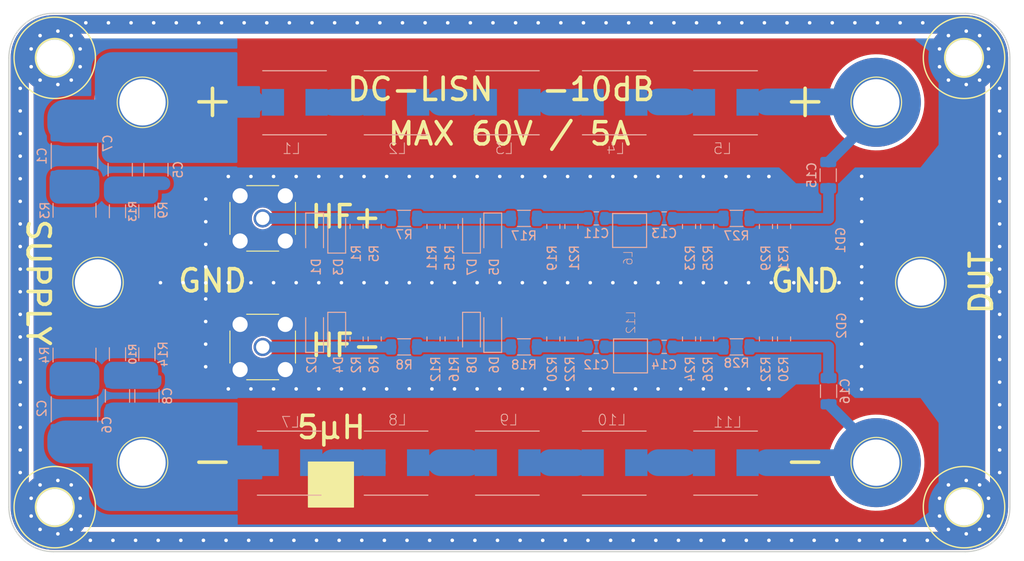
<source format=kicad_pcb>
(kicad_pcb (version 20210824) (generator pcbnew)
  (title_block (title "Dual 5uH LISN") (date "2021-09-01") (rev "V0 R0 WIP") (comment 1 "Credits to: Jay_Diddy_B & Noy (eevblog forum)"))
  (layers (0 "F.Cu" power "Front") (31 "B.Cu" power "Back") (34 "B.Paste" user) (35 "F.Paste" user) (36 "B.SilkS" user "B.Silkscreen") (37 "F.SilkS" user "F.Silkscreen") (38 "B.Mask" user) (39 "F.Mask" user) (44 "Edge.Cuts" user))
  (net 0 "")
  (net 1 "GND")
  (net 2 "Net-(C1-Pad1)")
  (net 3 "Net-(C2-Pad2)")
  (net 4 "Net-(C1-Pad2)")
  (net 5 "Net-(L10-Pad1)")
  (net 6 "Net-(L10-Pad2)")
  (net 7 "Net-(C11-Pad2)")
  (net 8 "Net-(C11-Pad1)")
  (net 9 "Net-(C12-Pad2)")
  (net 10 "Net-(C12-Pad1)")
  (net 11 "Net-(C13-Pad2)")
  (net 12 "Net-(C14-Pad2)")
  (net 13 "Net-(C15-Pad2)")
  (net 14 "Net-(C15-Pad1)")
  (net 15 "Net-(C16-Pad2)")
  (net 16 "Net-(C16-Pad1)")
  (net 17 "Net-(D1-Pad1)")
  (net 18 "Net-(D2-Pad1)")
  (net 19 "Net-(D5-Pad1)")
  (net 20 "Net-(D6-Pad1)")
  (net 21 "Net-(C2-Pad1)")
  (net 22 "Net-(C5-Pad2)")
  (net 23 "Net-(C6-Pad2)")
  (net 24 "Net-(L2-Pad2)")
  (net 25 "Net-(L4-Pad2)")
  (net 26 "Net-(L1-Pad2)")
  (net 27 "Net-(L3-Pad2)")
  (net 28 "Net-(L7-Pad2)")
  (net 29 "Net-(L8-Pad2)")
  (footprint "Connector_Coaxial:SMA_Wurth_60312002114503_Vertical" (layer "F.Cu") (at 128.576 103.0055)
    (fp_text reference "J1" hide)
    (fp_text value "Conn_Coaxial")
  )
  (footprint "Connector_Coaxial:SMA_Wurth_60312002114503_Vertical" (layer "F.Cu") (at 128.576 117.462)
    (fp_text reference "J2" hide)
    (fp_text value "Conn_Coaxial")
  )
  (footprint "5uH_LISN:BANANA_CONN" (layer "F.Cu") (at 110.076 110.212)
    (fp_text reference "J4" hide)
    (fp_text value "BANANA_CONN" hide)
  )
  (footprint "5uH_LISN:4,1-PAD" (layer "F.Cu") (at 105.226 135.462)
    (fp_text reference "H1" hide)
    (fp_text value "MOUNT-PAD-ROUND4.1" hide)
  )
  (footprint "5uH_LISN:4,1-PAD" (layer "F.Cu") (at 105.226 84.962)
    (fp_text reference "H2" hide)
    (fp_text value "MOUNT-PAD-ROUND4.1" hide)
  )
  (footprint "5uH_LISN:4,1-PAD" (layer "F.Cu") (at 207.326 84.962)
    (fp_text reference "H3" hide)
    (fp_text value "MOUNT-PAD-ROUND4.1" hide)
  )
  (footprint "5uH_LISN:4,1-PAD" (layer "F.Cu") (at 207.326 135.462)
    (fp_text reference "H4" hide)
    (fp_text value "MOUNT-PAD-ROUND4.1" hide)
  )
  (footprint "5uH_LISN:BANANA_CONN" (layer "F.Cu") (at 115.076 89.962)
    (fp_text reference "J3" hide)
    (fp_text value "BANANA_CONN" hide)
  )
  (footprint "5uH_LISN:BANANA_CONN" (layer "F.Cu") (at 115.076 130.462)
    (fp_text reference "J5" hide)
    (fp_text value "BANANA_CONN" hide)
  )
  (footprint "5uH_LISN:BANANA_CONN" (layer "F.Cu") (at 202.476 110.212)
    (fp_text reference "J6" hide)
    (fp_text value "BANANA_CONN" hide)
  )
  (footprint "5uH_LISN:BANANA_CONN" (layer "F.Cu") (at 197.476 89.962)
    (fp_text reference "J7" hide)
    (fp_text value "BANANA_CONN" hide)
  )
  (footprint "5uH_LISN:BANANA_CONN" (layer "F.Cu") (at 197.476 130.462)
    (fp_text reference "J8" hide)
    (fp_text value "BANANA_CONN" hide)
  )
  (footprint "Capacitor_SMD:C_2220_5650Metric" (layer "B.Cu") (at 107.442 96.002 -90)
    (fp_text reference "C1")
    (fp_text value "22uF")
  )
  (footprint "Capacitor_SMD:C_2220_5650Metric" (layer "B.Cu") (at 107.442 124.46 90)
    (fp_text reference "C2")
    (fp_text value "22uF")
  )
  (footprint "Capacitor_SMD:C_1210_3225Metric" (layer "B.Cu") (at 116.582 97.536 -90)
    (fp_text reference "C5")
    (fp_text value "2.2uF")
  )
  (footprint "Capacitor_SMD:C_1210_3225Metric" (layer "B.Cu") (at 112.268 122.962 90)
    (fp_text reference "C6")
    (fp_text value "2.2uF")
  )
  (footprint "Capacitor_SMD:C_1210_3225Metric" (layer "B.Cu") (at 112.576 97.536 -90)
    (fp_text reference "C7")
    (fp_text value "2.2uF")
  )
  (footprint "Capacitor_SMD:C_1210_3225Metric" (layer "B.Cu") (at 115.576 122.962 90)
    (fp_text reference "C8")
    (fp_text value "2.2uF")
  )
  (footprint "Diode_SMD:D_SOD-123" (layer "B.Cu") (at 134.402 104.6555 -90)
    (fp_text reference "D1")
    (fp_text value "1N4148W")
  )
  (footprint "Diode_SMD:D_SOD-123" (layer "B.Cu") (at 134.402 115.812 90)
    (fp_text reference "D2")
    (fp_text value "1N4148W")
  )
  (footprint "Diode_SMD:D_SOD-123" (layer "B.Cu") (at 136.888 104.6555 90)
    (fp_text reference "D3")
    (fp_text value "1N4148W")
  )
  (footprint "Diode_SMD:D_SOD-123" (layer "B.Cu") (at 136.888 115.812 -90)
    (fp_text reference "D4")
    (fp_text value "1N4148W")
  )
  (footprint "5uH_LISN:COILCRAFT_1008PS" (layer "B.Cu") (at 169.776 104.362 180)
    (fp_text reference "L6")
    (fp_text value "1mH" hide)
  )
  (footprint "Resistor_SMD:R_0805_2012Metric" (layer "B.Cu") (at 139.12 103.918 90)
    (fp_text reference "R1")
    (fp_text value "909R")
  )
  (footprint "Resistor_SMD:R_0805_2012Metric" (layer "B.Cu") (at 139.12 116.5495 -90)
    (fp_text reference "R2")
    (fp_text value "909R")
  )
  (footprint "Resistor_SMD:R_1218_3246Metric" (layer "B.Cu") (at 107.442 102.108 -90)
    (fp_text reference "R3")
    (fp_text value "1R")
  )
  (footprint "Resistor_SMD:R_1218_3246Metric" (layer "B.Cu") (at 107.442 118.364 90)
    (fp_text reference "R4")
    (fp_text value "1R")
  )
  (footprint "Resistor_SMD:R_0805_2012Metric" (layer "B.Cu") (at 141.152 103.918 90)
    (fp_text reference "R5")
    (fp_text value "825R")
  )
  (footprint "Resistor_SMD:R_0805_2012Metric" (layer "B.Cu") (at 141.152 116.5495 -90)
    (fp_text reference "R6")
    (fp_text value "825R")
  )
  (footprint "Resistor_SMD:R_1206_3216Metric" (layer "B.Cu") (at 144.454 103.009)
    (fp_text reference "R7")
    (fp_text value "12.1R")
  )
  (footprint "Resistor_SMD:R_1206_3216Metric" (layer "B.Cu") (at 144.454 117.448)
    (fp_text reference "R8")
    (fp_text value "12.1R")
  )
  (footprint "Resistor_SMD:R_1206_3216Metric" (layer "B.Cu") (at 115.57 102.208 -90)
    (fp_text reference "R9")
    (fp_text value "0R")
  )
  (footprint "Resistor_SMD:R_1206_3216Metric" (layer "B.Cu") (at 112.268 118.264 90)
    (fp_text reference "R10")
    (fp_text value "0R")
  )
  (footprint "Resistor_SMD:R_0805_2012Metric" (layer "B.Cu") (at 147.756 103.918 90)
    (fp_text reference "R11")
    (fp_text value "243R")
  )
  (footprint "Resistor_SMD:R_0805_2012Metric" (layer "B.Cu") (at 147.756 116.5495 -90)
    (fp_text reference "R12")
    (fp_text value "243R")
  )
  (footprint "Resistor_SMD:R_1206_3216Metric" (layer "B.Cu") (at 112.268 102.208 -90)
    (fp_text reference "R13")
    (fp_text value "0R")
  )
  (footprint "Resistor_SMD:R_1206_3216Metric" (layer "B.Cu") (at 115.57 118.264 90)
    (fp_text reference "R14")
    (fp_text value "0R")
  )
  (footprint "Resistor_SMD:R_0805_2012Metric" (layer "B.Cu") (at 149.788 103.918 90)
    (fp_text reference "R15")
    (fp_text value "274R")
  )
  (footprint "Resistor_SMD:R_0805_2012Metric" (layer "B.Cu") (at 149.788 116.5495 -90)
    (fp_text reference "R16")
    (fp_text value "274R")
  )
  (footprint "Capacitor_SMD:C_0805_2012Metric" (layer "B.Cu") (at 166.036 103.009)
    (fp_text reference "C11")
    (fp_text value "470nF")
  )
  (footprint "Capacitor_SMD:C_0805_2012Metric" (layer "B.Cu") (at 166.036 117.448)
    (fp_text reference "C12")
    (fp_text value "470nF")
  )
  (footprint "Capacitor_SMD:C_0805_2012Metric" (layer "B.Cu") (at 173.656 103.009)
    (fp_text reference "C13")
    (fp_text value "470nF")
  )
  (footprint "Capacitor_SMD:C_0805_2012Metric" (layer "B.Cu") (at 173.656 117.448)
    (fp_text reference "C14")
    (fp_text value "470nF")
  )
  (footprint "Capacitor_SMD:C_1206_3216Metric" (layer "B.Cu") (at 192.076 98.146 -90)
    (fp_text reference "C15")
    (fp_text value "100nF")
  )
  (footprint "Capacitor_SMD:C_1206_3216Metric" (layer "B.Cu") (at 192.118 122.428 90)
    (fp_text reference "C16")
    (fp_text value "100nF")
  )
  (footprint "Diode_SMD:D_SOD-123" (layer "B.Cu") (at 154.406 104.6555 -90)
    (fp_text reference "D5")
    (fp_text value "1N4148W")
  )
  (footprint "Diode_SMD:D_SOD-123" (layer "B.Cu") (at 154.406 115.812 90)
    (fp_text reference "D6")
    (fp_text value "1N4148W")
  )
  (footprint "Diode_SMD:D_SOD-123" (layer "B.Cu") (at 152.02 104.6555 90)
    (fp_text reference "D7")
    (fp_text value "1N4148W")
  )
  (footprint "Diode_SMD:D_SOD-123" (layer "B.Cu") (at 152.02 115.812 -90)
    (fp_text reference "D8")
    (fp_text value "1N4148W")
  )
  (footprint "Resistor_SMD:R_1206_3216Metric" (layer "B.Cu") (at 157.908 103.009)
    (fp_text reference "R17")
    (fp_text value "30.1R")
  )
  (footprint "Resistor_SMD:R_1206_3216Metric" (layer "B.Cu") (at 157.908 117.448)
    (fp_text reference "R18")
    (fp_text value "30.1R")
  )
  (footprint "Resistor_SMD:R_0805_2012Metric" (layer "B.Cu") (at 161.21 103.918 90)
    (fp_text reference "R19")
    (fp_text value "432R")
  )
  (footprint "Resistor_SMD:R_0805_2012Metric" (layer "B.Cu") (at 161.21 116.5495 -90)
    (fp_text reference "R20")
    (fp_text value "432R")
  )
  (footprint "Resistor_SMD:R_0805_2012Metric" (layer "B.Cu") (at 163.242 103.918 90)
    (fp_text reference "R21")
    (fp_text value "432R")
  )
  (footprint "Resistor_SMD:R_0805_2012Metric" (layer "B.Cu") (at 163.242 116.5495 -90)
    (fp_text reference "R22")
    (fp_text value "432R")
  )
  (footprint "Resistor_SMD:R_0805_2012Metric" (layer "B.Cu") (at 176.45 103.918 90)
    (fp_text reference "R23")
    (fp_text value "432R")
  )
  (footprint "Resistor_SMD:R_0805_2012Metric" (layer "B.Cu") (at 176.45 116.5495 -90)
    (fp_text reference "R24")
    (fp_text value "432R")
  )
  (footprint "Resistor_SMD:R_0805_2012Metric" (layer "B.Cu") (at 178.482 103.918 90)
    (fp_text reference "R25")
    (fp_text value "432R")
  )
  (footprint "Resistor_SMD:R_0805_2012Metric" (layer "B.Cu") (at 178.482 116.5495 -90)
    (fp_text reference "R26")
    (fp_text value "432R")
  )
  (footprint "Resistor_SMD:R_1206_3216Metric" (layer "B.Cu") (at 181.784 103.009)
    (fp_text reference "R27")
    (fp_text value "18.2R")
  )
  (footprint "Resistor_SMD:R_1206_3216Metric" (layer "B.Cu") (at 181.784 117.448)
    (fp_text reference "R28")
    (fp_text value "18.2R")
  )
  (footprint "Resistor_SMD:R_0805_2012Metric" (layer "B.Cu") (at 185.086 103.918 90)
    (fp_text reference "R29")
    (fp_text value "562R")
  )
  (footprint "Resistor_SMD:R_0805_2012Metric" (layer "B.Cu") (at 187.118 116.5495 -90)
    (fp_text reference "R30")
    (fp_text value "562R")
  )
  (footprint "Resistor_SMD:R_0805_2012Metric" (layer "B.Cu") (at 187.118 103.918 90)
    (fp_text reference "R31")
    (fp_text value "619R")
  )
  (footprint "Resistor_SMD:R_0805_2012Metric" (layer "B.Cu") (at 185.086 116.5495 -90)
    (fp_text reference "R32")
    (fp_text value "619R")
  )
  (footprint "5uH_LISN:S30-A400X" (layer "B.Cu") (at 190.5 105.435 90)
    (fp_text reference "GD1")
    (fp_text value "S30-A75X")
  )
  (footprint "5uH_LISN:S30-A400X" (layer "B.Cu") (at 190.5 115.037 -90)
    (fp_text reference "GD2")
    (fp_text value "S30-A75X")
  )
  (footprint "5uH_LISN:WE-HCI_7030_7040_7050" (layer "B.Cu") (at 143.576 130.462)
    (fp_text reference "L8")
    (fp_text value "1.1uH")
  )
  (footprint "5uH_LISN:WE-HCI_7030_7040_7050" (layer "B.Cu") (at 131.576 130.462)
    (fp_text reference "L7")
    (fp_text value "1.1uH")
  )
  (footprint "5uH_LISN:WE-HCI_7030_7040_7050" (layer "B.Cu") (at 180.576 130.462)
    (fp_text reference "L11")
    (fp_text value "1.1uH")
  )
  (footprint "5uH_LISN:WE-HCI_7030_7040_7050" (layer "B.Cu") (at 168.076 130.462)
    (fp_text reference "L10")
    (fp_text value "1.1uH")
  )
  (footprint "5uH_LISN:WE-HCI_7030_7040_7050" (layer "B.Cu") (at 168.076 89.962)
    (fp_text reference "L4")
    (fp_text value "1.1uH")
  )
  (footprint "5uH_LISN:COILCRAFT_1008PS" (layer "B.Cu") (at 169.876 118.462 180)
    (fp_text reference "L12")
    (fp_text value "1mH" hide)
  )
  (footprint "5uH_LISN:WE-HCI_7030_7040_7050" (layer "B.Cu") (at 143.576 89.962)
    (fp_text reference "L2")
    (fp_text value "1.1uH")
  )
  (footprint "5uH_LISN:WE-HCI_7030_7040_7050" (layer "B.Cu") (at 132.176 89.962)
    (fp_text reference "L1")
    (fp_text value "1.1uH")
  )
  (footprint "5uH_LISN:WE-HCI_7030_7040_7050" (layer "B.Cu") (at 156.076 89.962)
    (fp_text reference "L3")
    (fp_text value "1.1uH")
  )
  (footprint "5uH_LISN:WE-HCI_7030_7040_7050" (layer "B.Cu") (at 156.076 130.462)
    (fp_text reference "L9")
    (fp_text value "1.1uH")
  )
  (footprint "5uH_LISN:WE-HCI_7030_7040_7050" (layer "B.Cu") (at 180.576 89.962)
    (fp_text reference "L5")
    (fp_text value "1.1uH")
  )
  (gr_poly (pts (xy 138.776 135.462) (xy 133.696 135.462) (xy 133.696 130.382) (xy 138.776 130.382)) (layer "F.SilkS") (width 0.1) (fill solid))
  (gr_line (start 105.076 79.962) (end 207.476 79.962) (layer "Edge.Cuts") (width 0.15))
  (gr_line (start 100.076 135.462) (end 100.076 84.962) (layer "Edge.Cuts") (width 0.15))
  (gr_arc (start 207.476 84.962) (end 212.476 84.962) (angle -90) (layer "Edge.Cuts") (width 0.15))
  (gr_arc (start 207.476 135.462) (end 207.476 140.462) (angle -90) (layer "Edge.Cuts") (width 0.15))
  (gr_arc (start 105.076 135.462) (end 100.076 135.462) (angle -90) (layer "Edge.Cuts") (width 0.15))
  (gr_line (start 105.076 140.462) (end 207.476 140.462) (layer "Edge.Cuts") (width 0.15))
  (gr_arc (start 105.076 84.962) (end 105.076 79.962) (angle -90) (layer "Edge.Cuts") (width 0.15))
  (gr_line (start 212.476 135.462) (end 212.476 84.962) (layer "Edge.Cuts") (width 0.15))
  (gr_text "GND\n" (at 189.484 111.487) (layer "F.SilkS") (effects (font (size 2.5 2.5) (thickness 0.4)) (justify bottom)))
  (gr_text "GND\n" (at 122.936 111.487) (layer "F.SilkS") (effects (font (size 2.5 2.5) (thickness 0.4)) (justify bottom)))
  (gr_text "SUPPLY" (at 101.902 110.212001 -90) (layer "F.SilkS") (effects (font (size 2.5 2.5) (thickness 0.4)) (justify bottom)))
  (gr_text "HF+" (at 137.922 104.2805) (layer "F.SilkS") (effects (font (size 2.5 2.5) (thickness 0.4)) (justify bottom)))
  (gr_text "HF-" (at 137.922 118.737) (layer "F.SilkS") (effects (font (size 2.5 2.5) (thickness 0.4)) (justify bottom)))
  (gr_text "5µH" (at 136.276 127.962) (layer "F.SilkS") (effects (font (size 2.5 2.5) (thickness 0.4)) (justify bottom)))
  (gr_text "-10dB" (at 166.276 89.962) (layer "F.SilkS") (effects (font (size 2.5 2.5) (thickness 0.4)) (justify bottom)))
  (gr_text "MAX 60V / 5A" (at 156.276 94.962) (layer "F.SilkS") (effects (font (size 2.5 2.5) (thickness 0.4)) (justify bottom)))
  (gr_text "-" (at 122.936 132.442) (layer "F.SilkS") (effects (font (size 4 4) (thickness 0.4)) (justify bottom mirror)))
  (gr_text "DC-LISN" (at 146.276 89.962) (layer "F.SilkS") (effects (font (size 2.5 2.5) (thickness 0.4)) (justify bottom)))
  (gr_text "DUT" (at 210.728 110.212 90) (layer "F.SilkS") (effects (font (size 2.5 2.5) (thickness 0.4)) (justify bottom)))
  (gr_text "-" (at 189.484 132.442) (layer "F.SilkS") (effects (font (size 4 4) (thickness 0.4)) (justify bottom mirror)))
  (gr_text "+" (at 189.484 91.942) (layer "F.SilkS") (effects (font (size 4 4) (thickness 0.4)) (justify bottom mirror)))
  (gr_text "+" (at 122.936 91.942) (layer "F.SilkS") (effects (font (size 4 4) (thickness 0.4)) (justify bottom mirror)))
  (via (at 111.252 81.026) (size 0.8) (drill 0.4) (layers "F.Cu" "B.Cu") (net 1))
  (via (at 113.792 81.026) (size 0.8) (drill 0.4) (layers "F.Cu" "B.Cu") (net 1))
  (via (at 116.332 81.026) (size 0.8) (drill 0.4) (layers "F.Cu" "B.Cu") (net 1))
  (via (at 118.872 81.026) (size 0.8) (drill 0.4) (layers "F.Cu" "B.Cu") (net 1))
  (via (at 121.412 81.026) (size 0.8) (drill 0.4) (layers "F.Cu" "B.Cu") (net 1))
  (via (at 123.952 81.026) (size 0.8) (drill 0.4) (layers "F.Cu" "B.Cu") (net 1))
  (via (at 126.492 81.026) (size 0.8) (drill 0.4) (layers "F.Cu" "B.Cu") (net 1))
  (via (at 129.032 81.026) (size 0.8) (drill 0.4) (layers "F.Cu" "B.Cu") (net 1))
  (via (at 131.572 81.026) (size 0.8) (drill 0.4) (layers "F.Cu" "B.Cu") (net 1))
  (via (at 134.112 81.026) (size 0.8) (drill 0.4) (layers "F.Cu" "B.Cu") (net 1))
  (via (at 136.652 81.026) (size 0.8) (drill 0.4) (layers "F.Cu" "B.Cu") (net 1))
  (via (at 139.192 81.026) (size 0.8) (drill 0.4) (layers "F.Cu" "B.Cu") (net 1))
  (via (at 141.732 81.026) (size 0.8) (drill 0.4) (layers "F.Cu" "B.Cu") (net 1))
  (via (at 144.272 81.026) (size 0.8) (drill 0.4) (layers "F.Cu" "B.Cu") (net 1))
  (via (at 146.812 81.026) (size 0.8) (drill 0.4) (layers "F.Cu" "B.Cu") (net 1))
  (via (at 149.352 81.026) (size 0.8) (drill 0.4) (layers "F.Cu" "B.Cu") (net 1))
  (via (at 151.892 81.026) (size 0.8) (drill 0.4) (layers "F.Cu" "B.Cu") (net 1))
  (via (at 154.432 81.026) (size 0.8) (drill 0.4) (layers "F.Cu" "B.Cu") (net 1))
  (via (at 156.972 81.026) (size 0.8) (drill 0.4) (layers "F.Cu" "B.Cu") (net 1))
  (via (at 159.512 81.026) (size 0.8) (drill 0.4) (layers "F.Cu" "B.Cu") (net 1))
  (via (at 162.052 81.026) (size 0.8) (drill 0.4) (layers "F.Cu" "B.Cu") (net 1))
  (via (at 164.592 81.026) (size 0.8) (drill 0.4) (layers "F.Cu" "B.Cu") (net 1))
  (via (at 167.132 81.026) (size 0.8) (drill 0.4) (layers "F.Cu" "B.Cu") (net 1))
  (via (at 169.672 81.026) (size 0.8) (drill 0.4) (layers "F.Cu" "B.Cu") (net 1))
  (via (at 172.212 81.026) (size 0.8) (drill 0.4) (layers "F.Cu" "B.Cu") (net 1))
  (via (at 174.752 81.026) (size 0.8) (drill 0.4) (layers "F.Cu" "B.Cu") (net 1))
  (via (at 177.292 81.026) (size 0.8) (drill 0.4) (layers "F.Cu" "B.Cu") (net 1))
  (via (at 179.832 81.026) (size 0.8) (drill 0.4) (layers "F.Cu" "B.Cu") (net 1))
  (via (at 182.372 81.026) (size 0.8) (drill 0.4) (layers "F.Cu" "B.Cu") (net 1))
  (via (at 184.912 81.026) (size 0.8) (drill 0.4) (layers "F.Cu" "B.Cu") (net 1))
  (via (at 187.452 81.026) (size 0.8) (drill 0.4) (layers "F.Cu" "B.Cu") (net 1))
  (via (at 189.992 81.026) (size 0.8) (drill 0.4) (layers "F.Cu" "B.Cu") (net 1))
  (via (at 192.532 81.026) (size 0.8) (drill 0.4) (layers "F.Cu" "B.Cu") (net 1))
  (via (at 195.072 81.026) (size 0.8) (drill 0.4) (layers "F.Cu" "B.Cu") (net 1))
  (via (at 197.612 81.026) (size 0.8) (drill 0.4) (layers "F.Cu" "B.Cu") (net 1))
  (via (at 200.152 81.026) (size 0.8) (drill 0.4) (layers "F.Cu" "B.Cu") (net 1))
  (via (at 202.692 81.026) (size 0.8) (drill 0.4) (layers "F.Cu" "B.Cu") (net 1))
  (via (at 172.72 139.192) (size 0.8) (drill 0.4) (layers "F.Cu" "B.Cu") (net 1))
  (via (at 175.26 139.192) (size 0.8) (drill 0.4) (layers "F.Cu" "B.Cu") (net 1))
  (via (at 127 139.192) (size 0.8) (drill 0.4) (layers "F.Cu" "B.Cu") (net 1))
  (via (at 162.56 139.192) (size 0.8) (drill 0.4) (layers "F.Cu" "B.Cu") (net 1))
  (via (at 165.1 139.192) (size 0.8) (drill 0.4) (layers "F.Cu" "B.Cu") (net 1))
  (via (at 187.96 139.192) (size 0.8) (drill 0.4) (layers "F.Cu" "B.Cu") (net 1))
  (via (at 190.5 139.192) (size 0.8) (drill 0.4) (layers "F.Cu" "B.Cu") (net 1))
  (via (at 119.38 139.192) (size 0.8) (drill 0.4) (layers "F.Cu" "B.Cu") (net 1))
  (via (at 132.08 139.192) (size 0.8) (drill 0.4) (layers "F.Cu" "B.Cu") (net 1))
  (via (at 134.62 139.192) (size 0.8) (drill 0.4) (layers "F.Cu" "B.Cu") (net 1))
  (via (at 142.24 139.192) (size 0.8) (drill 0.4) (layers "F.Cu" "B.Cu") (net 1))
  (via (at 144.78 139.192) (size 0.8) (drill 0.4) (layers "F.Cu" "B.Cu") (net 1))
  (via (at 147.32 139.192) (size 0.8) (drill 0.4) (layers "F.Cu" "B.Cu") (net 1))
  (via (at 149.86 139.192) (size 0.8) (drill 0.4) (layers "F.Cu" "B.Cu") (net 1))
  (via (at 121.92 139.192) (size 0.8) (drill 0.4) (layers "F.Cu" "B.Cu") (net 1))
  (via (at 177.8 139.192) (size 0.8) (drill 0.4) (layers "F.Cu" "B.Cu") (net 1))
  (via (at 180.34 139.192) (size 0.8) (drill 0.4) (layers "F.Cu" "B.Cu") (net 1))
  (via (at 203.2 139.192) (size 0.8) (drill 0.4) (layers "F.Cu" "B.Cu") (net 1))
  (via (at 114.3 139.192) (size 0.8) (drill 0.4) (layers "F.Cu" "B.Cu") (net 1))
  (via (at 116.84 139.192) (size 0.8) (drill 0.4) (layers "F.Cu" "B.Cu") (net 1))
  (via (at 109.22 139.192) (size 0.8) (drill 0.4) (layers "F.Cu" "B.Cu") (net 1))
  (via (at 193.04 139.192) (size 0.8) (drill 0.4) (layers "F.Cu" "B.Cu") (net 1))
  (via (at 195.58 139.192) (size 0.8) (drill 0.4) (layers "F.Cu" "B.Cu") (net 1))
  (via (at 182.88 139.192) (size 0.8) (drill 0.4) (layers "F.Cu" "B.Cu") (net 1))
  (via (at 185.42 139.192) (size 0.8) (drill 0.4) (layers "F.Cu" "B.Cu") (net 1))
  (via (at 167.64 139.192) (size 0.8) (drill 0.4) (layers "F.Cu" "B.Cu") (net 1))
  (via (at 170.18 139.192) (size 0.8) (drill 0.4) (layers "F.Cu" "B.Cu") (net 1))
  (via (at 152.4 139.192) (size 0.8) (drill 0.4) (layers "F.Cu" "B.Cu") (net 1))
  (via (at 154.94 139.192) (size 0.8) (drill 0.4) (layers "F.Cu" "B.Cu") (net 1))
  (via (at 129.54 139.192) (size 0.8) (drill 0.4) (layers "F.Cu" "B.Cu") (net 1))
  (via (at 198.12 139.192) (size 0.8) (drill 0.4) (layers "F.Cu" "B.Cu") (net 1))
  (via (at 200.66 139.192) (size 0.8) (drill 0.4) (layers "F.Cu" "B.Cu") (net 1))
  (via (at 124.46 139.192) (size 0.8) (drill 0.4) (layers "F.Cu" "B.Cu") (net 1))
  (via (at 111.76 139.192) (size 0.8) (drill 0.4) (layers "F.Cu" "B.Cu") (net 1))
  (via (at 137.16 139.192) (size 0.8) (drill 0.4) (layers "F.Cu" "B.Cu") (net 1))
  (via (at 139.7 139.192) (size 0.8) (drill 0.4) (layers "F.Cu" "B.Cu") (net 1))
  (via (at 157.48 139.192) (size 0.8) (drill 0.4) (layers "F.Cu" "B.Cu") (net 1))
  (via (at 160.02 139.192) (size 0.8) (drill 0.4) (layers "F.Cu" "B.Cu") (net 1))
  (via (at 165.354 110.236) (size 0.8) (drill 0.4) (layers "F.Cu" "B.Cu") (net 1))
  (via (at 167.894 110.236) (size 0.8) (drill 0.4) (layers "F.Cu" "B.Cu") (net 1))
  (via (at 119.634 110.236) (size 0.8) (drill 0.4) (layers "F.Cu" "B.Cu") (net 1))
  (via (at 155.194 110.236) (size 0.8) (drill 0.4) (layers "F.Cu" "B.Cu") (net 1))
  (via (at 157.734 110.236) (size 0.8) (drill 0.4) (layers "F.Cu" "B.Cu") (net 1))
  (via (at 180.594 110.236) (size 0.8) (drill 0.4) (layers "F.Cu" "B.Cu") (net 1))
  (via (at 183.134 110.236) (size 0.8) (drill 0.4) (layers "F.Cu" "B.Cu") (net 1))
  (via (at 124.714 110.236) (size 0.8) (drill 0.4) (layers "F.Cu" "B.Cu") (net 1))
  (via (at 127.254 110.236) (size 0.8) (drill 0.4) (layers "F.Cu" "B.Cu") (net 1))
  (via (at 134.874 110.236) (size 0.8) (drill 0.4) (layers "F.Cu" "B.Cu") (net 1))
  (via (at 137.414 110.236) (size 0.8) (drill 0.4) (layers "F.Cu" "B.Cu") (net 1))
  (via (at 139.954 110.236) (size 0.8) (drill 0.4) (layers "F.Cu" "B.Cu") (net 1))
  (via (at 142.494 110.236) (size 0.8) (drill 0.4) (layers "F.Cu" "B.Cu") (net 1))
  (via (at 170.434 110.236) (size 0.8) (drill 0.4) (layers "F.Cu" "B.Cu") (net 1))
  (via (at 172.974 110.236) (size 0.8) (drill 0.4) (layers "F.Cu" "B.Cu") (net 1))
  (via (at 195.834 110.236) (size 0.8) (drill 0.4) (layers "F.Cu" "B.Cu") (net 1))
  (via (at 185.674 110.236) (size 0.8) (drill 0.4) (layers "F.Cu" "B.Cu") (net 1))
  (via (at 188.214 110.236) (size 0.8) (drill 0.4) (layers "F.Cu" "B.Cu") (net 1))
  (via (at 175.514 110.236) (size 0.8) (drill 0.4) (layers "F.Cu" "B.Cu") (net 1))
  (via (at 178.054 110.236) (size 0.8) (drill 0.4) (layers "F.Cu" "B.Cu") (net 1))
  (via (at 160.274 110.236) (size 0.8) (drill 0.4) (layers "F.Cu" "B.Cu") (net 1))
  (via (at 162.814 110.236) (size 0.8) (drill 0.4) (layers "F.Cu" "B.Cu") (net 1))
  (via (at 145.034 110.236) (size 0.8) (drill 0.4) (layers "F.Cu" "B.Cu") (net 1))
  (via (at 147.574 110.236) (size 0.8) (drill 0.4) (layers "F.Cu" "B.Cu") (net 1))
  (via (at 190.754 110.236) (size 0.8) (drill 0.4) (layers "F.Cu" "B.Cu") (net 1))
  (via (at 193.294 110.236) (size 0.8) (drill 0.4) (layers "F.Cu" "B.Cu") (net 1))
  (via (at 117.094 110.236) (size 0.8) (drill 0.4) (layers "F.Cu" "B.Cu") (net 1))
  (via (at 129.794 110.236) (size 0.8) (drill 0.4) (layers "F.Cu" "B.Cu") (net 1))
  (via (at 132.334 110.236) (size 0.8) (drill 0.4) (layers "F.Cu" "B.Cu") (net 1))
  (via (at 150.114 110.236) (size 0.8) (drill 0.4) (layers "F.Cu" "B.Cu") (net 1))
  (via (at 152.654 110.236) (size 0.8) (drill 0.4) (layers "F.Cu" "B.Cu") (net 1))
  (via (at 160.274 98.298) (size 0.8) (drill 0.4) (layers "F.Cu" "B.Cu") (net 1))
  (via (at 162.814 98.298) (size 0.8) (drill 0.4) (layers "F.Cu" "B.Cu") (net 1))
  (via (at 137.414 98.298) (size 0.8) (drill 0.4) (layers "F.Cu" "B.Cu") (net 1))
  (via (at 172.974 98.298) (size 0.8) (drill 0.4) (layers "F.Cu" "B.Cu") (net 1))
  (via (at 170.434 98.298) (size 0.8) (drill 0.4) (layers "F.Cu" "B.Cu") (net 1))
  (via (at 165.354 98.298) (size 0.8) (drill 0.4) (layers "F.Cu" "B.Cu") (net 1))
  (via (at 157.734 98.298) (size 0.8) (drill 0.4) (layers "F.Cu" "B.Cu") (net 1))
  (via (at 152.654 98.298) (size 0.8) (drill 0.4) (layers "F.Cu" "B.Cu") (net 1))
  (via (at 127.254 98.298) (size 0.8) (drill 0.4) (layers "F.Cu" "B.Cu") (net 1))
  (via (at 139.954 98.298) (size 0.8) (drill 0.4) (layers "F.Cu" "B.Cu") (net 1))
  (via (at 142.494 98.298) (size 0.8) (drill 0.4) (layers "F.Cu" "B.Cu") (net 1))
  (via (at 145.034 98.298) (size 0.8) (drill 0.4) (layers "F.Cu" "B.Cu") (net 1))
  (via (at 147.574 98.298) (size 0.8) (drill 0.4) (layers "F.Cu" "B.Cu") (net 1))
  (via (at 167.894 98.298) (size 0.8) (drill 0.4) (layers "F.Cu" "B.Cu") (net 1))
  (via (at 180.594 98.298) (size 0.8) (drill 0.4) (layers "F.Cu" "B.Cu") (net 1))
  (via (at 124.714 98.298) (size 0.8) (drill 0.4) (layers "F.Cu" "B.Cu") (net 1))
  (via (at 132.334 98.298) (size 0.8) (drill 0.4) (layers "F.Cu" "B.Cu") (net 1))
  (via (at 150.114 98.298) (size 0.8) (drill 0.4) (layers "F.Cu" "B.Cu") (net 1))
  (via (at 129.794 98.298) (size 0.8) (drill 0.4) (layers "F.Cu" "B.Cu") (net 1))
  (via (at 134.874 98.298) (size 0.8) (drill 0.4) (layers "F.Cu" "B.Cu") (net 1))
  (via (at 155.194 98.298) (size 0.8) (drill 0.4) (layers "F.Cu" "B.Cu") (net 1))
  (via (at 175.514 98.298) (size 0.8) (drill 0.4) (layers "F.Cu" "B.Cu") (net 1))
  (via (at 178.054 98.298) (size 0.8) (drill 0.4) (layers "F.Cu" "B.Cu") (net 1))
  (via (at 183.134 98.298) (size 0.8) (drill 0.4) (layers "F.Cu" "B.Cu") (net 1))
  (via (at 162.814 122.174) (size 0.8) (drill 0.4) (layers "F.Cu" "B.Cu") (net 1))
  (via (at 178.054 122.174) (size 0.8) (drill 0.4) (layers "F.Cu" "B.Cu") (net 1))
  (via (at 183.134 122.174) (size 0.8) (drill 0.4) (layers "F.Cu" "B.Cu") (net 1))
  (via (at 165.354 122.174) (size 0.8) (drill 0.4) (layers "F.Cu" "B.Cu") (net 1))
  (via (at 170.434 122.174) (size 0.8) (drill 0.4) (layers "F.Cu" "B.Cu") (net 1))
  (via (at 180.594 122.174) (size 0.8) (drill 0.4) (layers "F.Cu" "B.Cu") (net 1))
  (via (at 124.714 122.174) (size 0.8) (drill 0.4) (layers "F.Cu" "B.Cu") (net 1))
  (via (at 172.974 122.174) (size 0.8) (drill 0.4) (layers "F.Cu" "B.Cu") (net 1))
  (via (at 160.274 122.174) (size 0.8) (drill 0.4) (layers "F.Cu" "B.Cu") (net 1))
  (via (at 157.734 122.174) (size 0.8) (drill 0.4) (layers "F.Cu" "B.Cu") (net 1))
  (via (at 155.194 122.174) (size 0.8) (drill 0.4) (layers "F.Cu" "B.Cu") (net 1))
  (via (at 175.514 122.174) (size 0.8) (drill 0.4) (layers "F.Cu" "B.Cu") (net 1))
  (via (at 129.794 122.174) (size 0.8) (drill 0.4) (layers "F.Cu" "B.Cu") (net 1))
  (via (at 134.874 122.174) (size 0.8) (drill 0.4) (layers "F.Cu" "B.Cu") (net 1))
  (via (at 152.654 122.174) (size 0.8) (drill 0.4) (layers "F.Cu" "B.Cu") (net 1))
  (via (at 139.954 122.174) (size 0.8) (drill 0.4) (layers "F.Cu" "B.Cu") (net 1))
  (via (at 137.414 122.174) (size 0.8) (drill 0.4) (layers "F.Cu" "B.Cu") (net 1))
  (via (at 142.494 122.174) (size 0.8) (drill 0.4) (layers "F.Cu" "B.Cu") (net 1))
  (via (at 147.574 122.174) (size 0.8) (drill 0.4) (layers "F.Cu" "B.Cu") (net 1))
  (via (at 167.894 122.174) (size 0.8) (drill 0.4) (layers "F.Cu" "B.Cu") (net 1))
  (via (at 127.254 122.174) (size 0.8) (drill 0.4) (layers "F.Cu" "B.Cu") (net 1))
  (via (at 132.334 122.174) (size 0.8) (drill 0.4) (layers "F.Cu" "B.Cu") (net 1))
  (via (at 150.114 122.174) (size 0.8) (drill 0.4) (layers "F.Cu" "B.Cu") (net 1))
  (via (at 145.034 122.174) (size 0.8) (drill 0.4) (layers "F.Cu" "B.Cu") (net 1))
  (via (at 211.328 88.392) (size 0.8) (drill 0.4) (layers "F.Cu" "B.Cu") (net 1))
  (via (at 211.328 90.932) (size 0.8) (drill 0.4) (layers "F.Cu" "B.Cu") (net 1))
  (via (at 211.328 93.472) (size 0.8) (drill 0.4) (layers "F.Cu" "B.Cu") (net 1))
  (via (at 211.328 96.012) (size 0.8) (drill 0.4) (layers "F.Cu" "B.Cu") (net 1))
  (via (at 211.328 98.552) (size 0.8) (drill 0.4) (layers "F.Cu" "B.Cu") (net 1))
  (via (at 211.328 101.092) (size 0.8) (drill 0.4) (layers "F.Cu" "B.Cu") (net 1))
  (via (at 211.328 103.632) (size 0.8) (drill 0.4) (layers "F.Cu" "B.Cu") (net 1))
  (via (at 211.328 106.172) (size 0.8) (drill 0.4) (layers "F.Cu" "B.Cu") (net 1))
  (via (at 211.328 108.712) (size 0.8) (drill 0.4) (layers "F.Cu" "B.Cu") (net 1))
  (via (at 211.328 111.252) (size 0.8) (drill 0.4) (layers "F.Cu" "B.Cu") (net 1))
  (via (at 211.328 113.792) (size 0.8) (drill 0.4) (layers "F.Cu" "B.Cu") (net 1))
  (via (at 211.328 116.332) (size 0.8) (drill 0.4) (layers "F.Cu" "B.Cu") (net 1))
  (via (at 211.328 118.872) (size 0.8) (drill 0.4) (layers "F.Cu" "B.Cu") (net 1))
  (via (at 211.328 121.412) (size 0.8) (drill 0.4) (layers "F.Cu" "B.Cu") (net 1))
  (via (at 211.328 123.952) (size 0.8) (drill 0.4) (layers "F.Cu" "B.Cu") (net 1))
  (via (at 211.328 126.492) (size 0.8) (drill 0.4) (layers "F.Cu" "B.Cu") (net 1))
  (via (at 211.328 129.032) (size 0.8) (drill 0.4) (layers "F.Cu" "B.Cu") (net 1))
  (via (at 211.328 131.572) (size 0.8) (drill 0.4) (layers "F.Cu" "B.Cu") (net 1))
  (via (at 101.346 108.712) (size 0.8) (drill 0.4) (layers "F.Cu" "B.Cu") (net 1))
  (via (at 101.346 118.872) (size 0.8) (drill 0.4) (layers "F.Cu" "B.Cu") (net 1))
  (via (at 101.346 121.412) (size 0.8) (drill 0.4) (layers "F.Cu" "B.Cu") (net 1))
  (via (at 101.346 129.032) (size 0.8) (drill 0.4) (layers "F.Cu" "B.Cu") (net 1))
  (via (at 101.346 131.572) (size 0.8) (drill 0.4) (layers "F.Cu" "B.Cu") (net 1))
  (via (at 101.346 93.472) (size 0.8) (drill 0.4) (layers "F.Cu" "B.Cu") (net 1))
  (via (at 101.346 98.552) (size 0.8) (drill 0.4) (layers "F.Cu" "B.Cu") (net 1))
  (via (at 101.346 111.252) (size 0.8) (drill 0.4) (layers "F.Cu" "B.Cu") (net 1))
  (via (at 101.346 103.632) (size 0.8) (drill 0.4) (layers "F.Cu" "B.Cu") (net 1))
  (via (at 101.346 96.012) (size 0.8) (drill 0.4) (layers "F.Cu" "B.Cu") (net 1))
  (via (at 101.346 101.092) (size 0.8) (drill 0.4) (layers "F.Cu" "B.Cu") (net 1))
  (via (at 101.346 123.952) (size 0.8) (drill 0.4) (layers "F.Cu" "B.Cu") (net 1))
  (via (at 101.346 126.492) (size 0.8) (drill 0.4) (layers "F.Cu" "B.Cu") (net 1))
  (via (at 101.346 106.172) (size 0.8) (drill 0.4) (layers "F.Cu" "B.Cu") (net 1))
  (via (at 101.346 113.792) (size 0.8) (drill 0.4) (layers "F.Cu" "B.Cu") (net 1))
  (via (at 101.346 116.332) (size 0.8) (drill 0.4) (layers "F.Cu" "B.Cu") (net 1))
  (via (at 101.346 88.392) (size 0.8) (drill 0.4) (layers "F.Cu" "B.Cu") (net 1))
  (via (at 101.346 90.932) (size 0.8) (drill 0.4) (layers "F.Cu" "B.Cu") (net 1))
  (via (at 185.42 98.298) (size 0.8) (drill 0.4) (layers "F.Cu" "B.Cu") (net 1))
  (via (at 185.42 122.174) (size 0.8) (drill 0.4) (layers "F.Cu" "B.Cu") (net 1))
  (via (at 195.834 98.2853) (size 0.8) (drill 0.4) (layers "F.Cu" "B.Cu") (net 1))
  (via (at 195.834 100.8253) (size 0.8) (drill 0.4) (layers "F.Cu" "B.Cu") (net 1))
  (via (at 195.834 103.3653) (size 0.8) (drill 0.4) (layers "F.Cu" "B.Cu") (net 1))
  (via (at 195.834 105.9053) (size 0.8) (drill 0.4) (layers "F.Cu" "B.Cu") (net 1))
  (via (at 195.834 108.4453) (size 0.8) (drill 0.4) (layers "F.Cu" "B.Cu") (net 1))
  (via (at 195.82384 122.20448) (size 0.8) (drill 0.4) (layers "F.Cu" "B.Cu") (net 1))
  (via (at 195.82384 117.12448) (size 0.8) (drill 0.4) (layers "F.Cu" "B.Cu") (net 1))
  (via (at 195.82384 114.58448) (size 0.8) (drill 0.4) (layers "F.Cu" "B.Cu") (net 1))
  (via (at 195.82384 119.66448) (size 0.8) (drill 0.4) (layers "F.Cu" "B.Cu") (net 1))
  (via (at 195.82384 112.04448) (size 0.8) (drill 0.4) (layers "F.Cu" "B.Cu") (net 1))
  (via (at 122.18162 108.46054) (size 0.8) (drill 0.4) (layers "F.Cu" "B.Cu") (net 1))
  (via (at 122.17146 112.05972) (size 0.8) (drill 0.4) (layers "F.Cu" "B.Cu") (net 1))
  (via (at 122.18162 103.38054) (size 0.8) (drill 0.4) (layers "F.Cu" "B.Cu") (net 1))
  (via (at 122.18162 100.84054) (size 0.8) (drill 0.4) (layers "F.Cu" "B.Cu") (net 1))
  (via (at 122.18162 105.92054) (size 0.8) (drill 0.4) (layers "F.Cu" "B.Cu") (net 1))
  (via (at 122.17146 119.67972) (size 0.8) (drill 0.4) (layers "F.Cu" "B.Cu") (net 1))
  (via (at 122.17146 117.13972) (size 0.8) (drill 0.4) (layers "F.Cu" "B.Cu") (net 1))
  (via (at 122.18162 110.25124) (size 0.8) (drill 0.4) (layers "F.Cu" "B.Cu") (net 1))
  (via (at 122.17146 114.59972) (size 0.8) (drill 0.4) (layers "F.Cu" "B.Cu") (net 1))
  (via (at 105.576 132.462) (size 0.9) (drill 0.4) (layers "F.Cu" "B.Cu") (net 1))
  (via (at 103.576 132.962) (size 0.9) (drill 0.4) (layers "F.Cu" "B.Cu") (net 1))
  (via (at 210.076 85.962) (size 0.9) (drill 0.4) (layers "F.Cu" "B.Cu") (net 1))
  (via (at 108.076 85.962) (size 0.9) (drill 0.4) (layers "F.Cu" "B.Cu") (net 1))
  (via (at 207.576 81.962) (size 0.9) (drill 0.4) (layers "F.Cu" "B.Cu") (net 1))
  (via (at 210.076 83.962) (size 0.9) (drill 0.4) (layers "F.Cu" "B.Cu") (net 1))
  (via (at 210.076 136.462) (size 0.9) (drill 0.4) (layers "F.Cu" "B.Cu") (net 1))
  (via (at 102.576 134.462) (size 0.9) (drill 0.4) (layers "F.Cu" "B.Cu") (net 1))
  (via (at 102.576 136.462) (size 0.9) (drill 0.4) (layers "F.Cu" "B.Cu") (net 1))
  (via (at 103.576 87.462) (size 0.9) (drill 0.4) (layers "F.Cu" "B.Cu") (net 1))
  (via (at 105.576 138.462) (size 0.9) (drill 0.4) (layers "F.Cu" "B.Cu") (net 1))
  (via (at 102.576 85.962) (size 0.9) (drill 0.4) (layers "F.Cu" "B.Cu") (net 1))
  (via (at 108.076 136.462) (size 0.9) (drill 0.4) (layers "F.Cu" "B.Cu") (net 1))
  (via (at 102.576 83.962) (size 0.9) (drill 0.4) (layers "F.Cu" "B.Cu") (net 1))
  (via (at 105.576 87.962) (size 0.9) (drill 0.4) (layers "F.Cu" "B.Cu") (net 1))
  (via (at 204.576 83.962) (size 0.9) (drill 0.4) (layers "F.Cu" "B.Cu") (net 1))
  (via (at 205.576 132.962) (size 0.9) (drill 0.4) (layers "F.Cu" "B.Cu") (net 1))
  (via (at 103.576 137.962) (size 0.9) (drill 0.4) (layers "F.Cu" "B.Cu") (net 1))
  (via (at 107.076 132.962) (size 0.9) (drill 0.4) (layers "F.Cu" "B.Cu") (net 1))
  (via (at 204.576 134.462) (size 0.9) (drill 0.4) (layers "F.Cu" "B.Cu") (net 1))
  (via (at 205.576 87.462) (size 0.9) (drill 0.4) (layers "F.Cu" "B.Cu") (net 1))
  (via (at 108.076 83.962) (size 0.9) (drill 0.4) (layers "F.Cu" "B.Cu") (net 1))
  (via (at 205.576 82.462) (size 0.9) (drill 0.4) (layers "F.Cu" "B.Cu") (net 1))
  (via (at 205.576 137.962) (size 0.9) (drill 0.4) (layers "F.Cu" "B.Cu") (net 1))
  (via (at 210.076 134.462) (size 0.9) (drill 0.4) (layers "F.Cu" "B.Cu") (net 1))
  (via (at 207.576 132.462) (size 0.9) (drill 0.4) (layers "F.Cu" "B.Cu") (net 1))
  (via (at 107.076 82.462) (size 0.9) (drill 0.4) (layers "F.Cu" "B.Cu") (net 1))
  (via (at 108.076 134.462) (size 0.9) (drill 0.4) (layers "F.Cu" "B.Cu") (net 1))
  (via (at 103.576 82.462) (size 0.9) (drill 0.4) (layers "F.Cu" "B.Cu") (net 1))
  (via (at 209.076 87.462) (size 0.9) (drill 0.4) (layers "F.Cu" "B.Cu") (net 1))
  (via (at 107.076 87.462) (size 0.9) (drill 0.4) (layers "F.Cu" "B.Cu") (net 1))
  (via (at 209.076 82.462) (size 0.9) (drill 0.4) (layers "F.Cu" "B.Cu") (net 1))
  (via (at 107.076 137.962) (size 0.9) (drill 0.4) (layers "F.Cu" "B.Cu") (net 1))
  (via (at 108.712 81.026) (size 0.8) (drill 0.4) (layers "F.Cu" "B.Cu") (net 1))
  (via (at 209.076 137.962) (size 0.9) (drill 0.4) (layers "F.Cu" "B.Cu") (net 1))
  (via (at 207.576 138.462) (size 0.9) (drill 0.4) (layers "F.Cu" "B.Cu") (net 1))
  (via (at 204.576 136.462) (size 0.9) (drill 0.4) (layers "F.Cu" "B.Cu") (net 1))
  (via (at 105.576 81.962) (size 0.9) (drill 0.4) (layers "F.Cu" "B.Cu") (net 1))
  (via (at 209.076 132.962) (size 0.9) (drill 0.4) (layers "F.Cu" "B.Cu") (net 1))
  (via (at 204.576 85.962) (size 0.9) (drill 0.4) (layers "F.Cu" "B.Cu") (net 1))
  (via (at 207.576 87.962) (size 0.9) (drill 0.4) (layers "F.Cu" "B.Cu") (net 1))
  (segment (start 127.226 89.962) (end 115.076 89.962) (width 3) (layer "B.Cu") (net 2))
  (segment (start 129.376 89.962) (end 127.226 89.962) (width 1.77416) (layer "B.Cu") (net 2))
  (segment (start 158.726 130.462) (end 160.876 130.462) (width 1.77416) (layer "B.Cu") (net 5))
  (segment (start 163.798 130.462) (end 165.948 130.462) (width 1.77416) (layer "B.Cu") (net 5))
  (segment (start 163.798 130.462) (end 160.876 130.462) (width 3) (layer "B.Cu") (net 5))
  (segment (start 175.998 130.462) (end 172.998 130.462) (width 3) (layer "B.Cu") (net 6))
  (segment (start 175.998 130.462) (end 178.148 130.462) (width 1.77416) (layer "B.Cu") (net 6))
  (segment (start 170.848 130.462) (end 172.998 130.462) (width 1.77416) (layer "B.Cu") (net 6))
  (segment (start 172.7025 103.0055) (end 172.706 103.009) (width 1.231) (layer "B.Cu") (net 7))
  (segment (start 169.846 103.0055) (end 172.7025 103.0055) (width 1.231) (layer "B.Cu") (net 7))
  (segment (start 166.986 103.009) (end 169.834 103.009) (width 1.231) (layer "B.Cu") (net 7))
  (segment (start 169.834 103.009) (end 169.846 102.997) (width 1.231) (layer "B.Cu") (net 7))
  (segment (start 159.3705 103.009) (end 161.2065 103.009) (width 1.231) (layer "B.Cu") (net 8))
  (segment (start 165.0825 103.0055) (end 165.086 103.009) (width 1.231) (layer "B.Cu") (net 8))
  (segment (start 161.21 103.0055) (end 163.242 103.0055) (width 1.231) (layer "B.Cu") (net 8))
  (segment (start 163.242 103.0055) (end 165.0825 103.0055) (width 1.231) (layer "B.Cu") (net 8))
  (segment (start 161.2065 103.009) (end 161.21 103.0055) (width 1.231) (layer "B.Cu") (net 8))
  (segment (start 166.986 117.448) (end 169.846 117.448) (width 1.231) (layer "B.Cu") (net 9))
  (segment (start 169.846 117.448) (end 172.706 117.448) (width 1.231) (layer "B.Cu") (net 9))
  (segment (start 159.3705 117.448) (end 161.196 117.448) (width 1.231) (layer "B.Cu") (net 10))
  (segment (start 161.21 117.462) (end 163.242 117.462) (width 1.231) (layer "B.Cu") (net 10))
  (segment (start 163.242 117.462) (end 165.072 117.462) (width 1.231) (layer "B.Cu") (net 10))
  (segment (start 165.072 117.462) (end 165.086 117.448) (width 1.231) (layer "B.Cu") (net 10))
  (segment (start 161.196 117.448) (end 161.21 117.462) (width 1.231) (layer "B.Cu") (net 10))
  (segment (start 178.482 103.0055) (end 180.318 103.0055) (width 1.231) (layer "B.Cu") (net 11))
  (segment (start 174.606 103.009) (end 176.4465 103.009) (width 1.231) (layer "B.Cu") (net 11))
  (segment (start 176.45 103.0055) (end 178.482 103.0055) (width 1.231) (layer "B.Cu") (net 11))
  (segment (start 180.318 103.0055) (end 180.3215 103.009) (width 1.231) (layer "B.Cu") (net 11))
  (segment (start 176.4465 103.009) (end 176.45 103.0055) (width 1.231) (layer "B.Cu") (net 11))
  (segment (start 178.482 117.462) (end 180.3075 117.462) (width 1.231) (layer "B.Cu") (net 12))
  (segment (start 176.436 117.448) (end 176.45 117.462) (width 1.231) (layer "B.Cu") (net 12))
  (segment (start 176.45 117.462) (end 178.482 117.462) (width 1.231) (layer "B.Cu") (net 12))
  (segment (start 180.3075 117.462) (end 180.3215 117.448) (width 1.231) (layer "B.Cu") (net 12))
  (segment (start 174.606 117.448) (end 176.436 117.448) (width 1.231) (layer "B.Cu") (net 12))
  (segment (start 185.0825 103.009) (end 185.086 103.0055) (width 1.231) (layer "B.Cu") (net 13))
  (segment (start 183.2465 103.009) (end 185.0825 103.009) (width 1.231) (layer "B.Cu") (net 13))
  (segment (start 185.086 103.0055) (end 187.118 103.0055) (width 1.231) (layer "B.Cu") (net 13))
  (segment (start 190.4955 103.0055) (end 190.5 103.01) (width 1.231) (layer "B.Cu") (net 13))
  (segment (start 187.118 103.0055) (end 190.4955 103.0055) (width 1.231) (layer "B.Cu") (net 13))
  (segment (start 192.11768 103.01) (end 190.5 103.01) (width 1.231) (layer "B.Cu") (net 13))
  (segment (start 192.118 99.621) (end 192.118 103.00968) (width 1.231) (layer "B.Cu") (net 13))
  (segment (start 192.118 103.00968) (end 192.11768 103.01) (width 1.231) (layer "B.Cu") (net 13))
  (segment (start 183.048 89.916) (end 185.198 89.916) (width 1.77416) (layer "B.Cu") (net 14))
  (segment (start 192.278 89.916) (end 197.43 89.916) (width 3) (layer "B.Cu") (net 14))
  (segment (start 189.618 90.29) (end 189.992 89.916) (width 1.77416) (layer "B.Cu") (net 14))
  (segment (start 197.43 89.916) (end 197.476 89.962) (width 3) (layer "B.Cu") (net 14))
  (segment (start 185.198 89.916) (end 189.992 89.916) (width 3) (layer "B.Cu") (net 14))
  (segment (start 189.992 89.916) (end 192.278 89.916) (width 3) (layer "B.Cu") (net 14))
  (segment (start 192.118 90.076) (end 192.278 89.916) (width 1.77416) (layer "B.Cu") (net 14))
  (segment (start 197.476 91.313) (end 192.118 96.671) (width 1.231) (layer "B.Cu") (net 14))
  (segment (start 197.476 89.962) (end 197.476 91.313) (width 1.77416) (layer "B.Cu") (net 14))
  (segment (start 185.072 117.448) (end 185.086 117.462) (width 1.231) (layer "B.Cu") (net 15))
  (segment (start 187.118 117.462) (end 190.5 117.462) (width 1.231) (layer "B.Cu") (net 15))
  (segment (start 183.2465 117.448) (end 185.072 117.448) (width 1.231) (layer "B.Cu") (net 15))
  (segment (start 190.5 117.462) (end 192.1126 117.462) (width 1.231) (layer "B.Cu") (net 15))
  (segment (start 192.118 117.4674) (end 192.118 120.953) (width 1.231) (layer "B.Cu") (net 15))
  (segment (start 192.1126 117.462) (end 192.118 117.4674) (width 1.231) (layer "B.Cu") (net 15))
  (segment (start 185.086 117.462) (end 187.118 117.462) (width 1.231) (layer "B.Cu") (net 15))
  (segment (start 183.048 130.462) (end 185.198 130.462) (width 1.77416) (layer "B.Cu") (net 16))
  (segment (start 197.476 130.462) (end 197.476 129.261) (width 1.77416) (layer "B.Cu") (net 16))
  (segment (start 197.476 130.462) (end 185.198 130.462) (width 3) (layer "B.Cu") (net 16))
  (segment (start 197.476 129.261) (end 192.118 123.903) (width 1.231) (layer "B.Cu") (net 16))
  (segment (start 139.12 103.0055) (end 141.152 103.0055) (width 1.231) (layer "B.Cu") (net 17))
  (segment (start 142.988 103.0055) (end 142.9915 103.009) (width 1.231) (layer "B.Cu") (net 17))
  (segment (start 136.888 103.0055) (end 139.12 103.0055) (width 1.231) (layer "B.Cu") (net 17))
  (segment (start 134.402 103.0055) (end 136.888 103.0055) (width 1.231) (layer "B.Cu") (net 17))
  (segment (start 141.152 103.0055) (end 142.988 103.0055) (width 1.231) (layer "B.Cu") (net 17))
  (segment (start 128.576 103.0055) (end 134.402 103.0055) (width 1.231) (layer "B.Cu") (net 17))
  (segment (start 141.152 117.462) (end 142.9775 117.462) (width 1.231) (layer "B.Cu") (net 18))
  (segment (start 139.12 117.462) (end 141.152 117.462) (width 1.231) (layer "B.Cu") (net 18))
  (segment (start 136.888 117.462) (end 139.12 117.462) (width 1.231) (layer "B.Cu") (net 18))
  (segment (start 128.576 117.462) (end 134.402 117.462) (width 1.231) (layer "B.Cu") (net 18))
  (segment (start 142.9775 117.462) (end 142.9915 117.448) (width 1.231) (layer "B.Cu") (net 18))
  (segment (start 134.402 117.462) (end 136.888 117.462) (width 1.231) (layer "B.Cu") (net 18))
  (segment (start 156.442 103.0055) (end 156.4455 103.009) (width 1.231) (layer "B.Cu") (net 19))
  (segment (start 147.7525 103.009) (end 147.756 103.0055) (width 1.231) (layer "B.Cu") (net 19))
  (segment (start 154.406 103.0055) (end 156.442 103.0055) (width 1.231) (layer "B.Cu") (net 19))
  (segment (start 152.02 103.0055) (end 154.406 103.0055) (width 1.231) (layer "B.Cu") (net 19))
  (segment (start 149.788 103.0055) (end 152.02 103.0055) (width 1.231) (layer "B.Cu") (net 19))
  (segment (start 147.756 103.0055) (end 149.788 103.0055) (width 1.231) (layer "B.Cu") (net 19))
  (segment (start 145.9165 103.009) (end 147.7525 103.009) (width 1.231) (layer "B.Cu") (net 19))
  (segment (start 152.02 117.462) (end 154.406 117.462) (width 1.231) (layer "B.Cu") (net 20))
  (segment (start 154.406 117.462) (end 156.4315 117.462) (width 1.231) (layer "B.Cu") (net 20))
  (segment (start 147.742 117.448) (end 147.756 117.462) (width 1.231) (layer "B.Cu") (net 20))
  (segment (start 149.788 117.462) (end 152.02 117.462) (width 1.231) (layer "B.Cu") (net 20))
  (segment (start 145.9165 117.448) (end 147.742 117.448) (width 1.231) (layer "B.Cu") (net 20))
  (segment (start 156.4315 117.462) (end 156.4455 117.448) (width 1.231) (layer "B.Cu") (net 20))
  (segment (start 147.756 117.462) (end 149.788 117.462) (width 1.231) (layer "B.Cu") (net 20))
  (segment (start 115.025 124.411) (end 115.025 130.411) (width 1.231) (layer "B.Cu") (net 21))
  (segment (start 127.226 130.462) (end 129.376 130.462) (width 1.77416) (layer "B.Cu") (net 21))
  (segment (start 112.268 124.411) (end 115.025 124.411) (width 1.231) (layer "B.Cu") (net 21))
  (segment (start 127.226 130.462) (end 115.076 130.462) (width 3) (layer "B.Cu") (net 21))
  (segment (start 115.025 130.411) (end 115.076 130.462) (width 1.231) (layer "B.Cu") (net 21))
  (segment locked (start 151.676 89.962) (end 153.826 89.962) (width 1.77416) (layer "B.Cu") (net 24))
  (segment locked (start 146.416 89.962) (end 148.566 89.962) (width 1.77416) (layer "B.Cu") (net 24))
  (segment locked (start 151.676 89.962) (end 148.566 89.962) (width 3) (layer "B.Cu") (net 24))
  (segment locked (start 175.998 89.916) (end 178.148 89.916) (width 1.77416) (layer "B.Cu") (net 25))
  (segment locked (start 170.848 89.916) (end 172.998 89.916) (width 1.77416) (layer "B.Cu") (net 25))
  (segment locked (start 172.998 89.916) (end 175.998 89.916) (width 3) (layer "B.Cu") (net 25))
  (segment locked (start 139.366 89.962) (end 136.426 89.962) (width 3) (layer "B.Cu") (net 26))
  (segment locked (start 134.276 89.962) (end 136.426 89.962) (width 1.77416) (layer "B.Cu") (net 26))
  (segment locked (start 139.366 89.962) (end 141.516 89.962) (width 1.77416) (layer "B.Cu") (net 26))
  (segment locked (start 163.752 89.962) (end 163.798 89.916) (width 3) (layer "B.Cu") (net 27))
  (segment locked (start 160.876 89.962) (end 163.752 89.962) (width 3) (layer "B.Cu") (net 27))
  (segment locked (start 158.726 89.962) (end 160.876 89.962) (width 1.77416) (layer "B.Cu") (net 27))
  (segment locked (start 163.798 89.916) (end 165.948 89.916) (width 1.77416) (layer "B.Cu") (net 27))
  (segment (start 134.276 130.462) (end 136.426 130.462) (width 1.77416) (layer "B.Cu") (net 28))
  (segment (start 139.366 130.462) (end 136.426 130.462) (width 3) (layer "B.Cu") (net 28))
  (segment (start 141.516 130.462) (end 139.366 130.462) (width 1.77416) (layer "B.Cu") (net 28))
  (segment (start 151.676 130.462) (end 148.566 130.462) (width 3) (layer "B.Cu") (net 29))
  (segment (start 151.676 130.462) (end 153.826 130.462) (width 1.77416) (layer "B.Cu") (net 29))
  (segment (start 146.416 130.462) (end 148.566 130.462) (width 1.77416) (layer "B.Cu") (net 29))
  (zone (net 1) (net_name "GND") (layer "F.Cu") (connect_pads yes (clearance 0.2)) (min_thickness 0.2) (fill yes (thermal_gap 0.508) (thermal_bridge_width 0.508))
    (polygon (pts (xy 213.076 140.462) (xy 100.076 140.462) (xy 100.076 79.462) (xy 213.076 79.462)))
  )
  (zone (net 0) (net_name "") (layer "B.Cu") (connect_pads yes (clearance 0)) (min_thickness 0.254)
    (keepout (tracks not_allowed) (vias not_allowed) (pads allowed) (copperpour not_allowed) (footprints allowed))
    (fill (thermal_gap 0.508) (thermal_bridge_width 0.508))
    (polygon (pts (xy 204.47 125.984) (xy 204.47 135.128) (xy 201.676 137.414) (xy 125.770413 137.414) (xy 125.770413 132.334) (xy 128.691413 132.334) (xy 128.7145 128.524) (xy 125.73 128.524) (xy 125.770413 123.19) (xy 186.69 123.19) (xy 188.468 121.666) (xy 193.294 121.666) (xy 195.072 123.19) (xy 202.438 123.19)))
  )
  (zone (net 21) (net_name "Net-(C2-Pad1)") (layer "B.Cu") (priority 1) (connect_pads yes (clearance 0.4)) (min_thickness 0.254) (fill yes (thermal_gap 0.508) (thermal_bridge_width 0.508) (smoothing fillet) (radius 2))
    (polygon (pts (xy 128.524 135.89) (xy 109.474 135.89) (xy 109.474 130.556) (xy 104.394 130.556) (xy 104.394 125.73) (xy 110.744 125.73) (xy 110.744 123.698) (xy 128.524 123.698)))
  )
  (zone (net 23) (net_name "Net-(C6-Pad2)") (layer "B.Cu") (priority 1) (connect_pads yes (clearance 0.4)) (min_thickness 0.254) (fill yes (thermal_gap 0.508) (thermal_bridge_width 0.508) (smoothing fillet) (radius 1))
    (polygon (pts (xy 116.84 120.65) (xy 117.202 120.65) (xy 117.202 122.174) (xy 110.744 122.174) (xy 110.744 119.126) (xy 116.84 119.126)))
  )
  (zone (net 3) (net_name "Net-(C2-Pad2)") (layer "B.Cu") (priority 1) (connect_pads yes (clearance 0.4)) (min_thickness 0.254) (fill yes (thermal_gap 0.508) (thermal_bridge_width 0.508) (smoothing fillet) (radius 1))
    (polygon (pts (xy 110.236 122.936) (xy 104.648 122.936) (xy 104.648 119.126) (xy 110.236 119.126)))
  )
  (zone (net 4) (net_name "Net-(C1-Pad2)") (layer "B.Cu") (priority 1) (connect_pads yes (clearance 0.4)) (min_thickness 0.254) (fill yes (thermal_gap 0.508) (thermal_bridge_width 0.508) (smoothing fillet) (radius 1))
    (polygon (pts (xy 110.236 101.346) (xy 104.648 101.346) (xy 104.648 97.536) (xy 110.236 97.536)))
  )
  (zone (net 22) (net_name "Net-(C5-Pad2)") (layer "B.Cu") (priority 1) (connect_pads yes (clearance 0.4)) (min_thickness 0.254) (fill yes (thermal_gap 0.508) (thermal_bridge_width 0.508) (smoothing fillet) (radius 1))
    (polygon (pts (xy 118.198 99.822) (xy 116.84 99.822) (xy 116.84 101.346) (xy 110.744 101.346) (xy 110.744 98.298) (xy 118.198 98.298)))
  )
  (zone (net 2) (net_name "Net-(C1-Pad1)") (layer "B.Cu") (priority 1) (connect_pads yes (clearance 0.4)) (min_thickness 0.254) (fill yes (thermal_gap 0.508) (thermal_bridge_width 0.508) (smoothing fillet) (radius 2))
    (polygon (pts (xy 128.27 96.774) (xy 110.49 96.774) (xy 110.49 94.488) (xy 104.394 94.488) (xy 104.394 89.662) (xy 109.728 89.662) (xy 109.728 84.328) (xy 128.27 84.328)))
  )
  (zone (net 1) (net_name "GND") (layer "B.Cu") (connect_pads yes (clearance 0.2)) (min_thickness 0.2) (fill yes (thermal_gap 0.508) (thermal_bridge_width 0.508))
    (polygon (pts (xy 214.076 141.462) (xy 99.076 141.462) (xy 99.076 78.462) (xy 214.076 78.462)))
  )
  (zone (net 0) (net_name "") (layer "B.Cu") (connect_pads yes (clearance 0)) (min_thickness 0.254)
    (keepout (tracks not_allowed) (vias not_allowed) (pads allowed) (copperpour not_allowed) (footprints allowed))
    (fill (thermal_gap 0.508) (thermal_bridge_width 0.508))
    (polygon (pts (xy 204.471773 94.742) (xy 202.438 97.282) (xy 195.072 97.282) (xy 193.294 99.052625) (xy 188.468 99.067376) (xy 186.563328 97.282) (xy 125.73 97.282) (xy 125.73 91.694) (xy 128.397 91.694) (xy 128.397 88.138) (xy 125.73 88.138) (xy 125.73 82.804) (xy 201.676 82.804) (xy 204.47 85.09)))
  )
)
</source>
